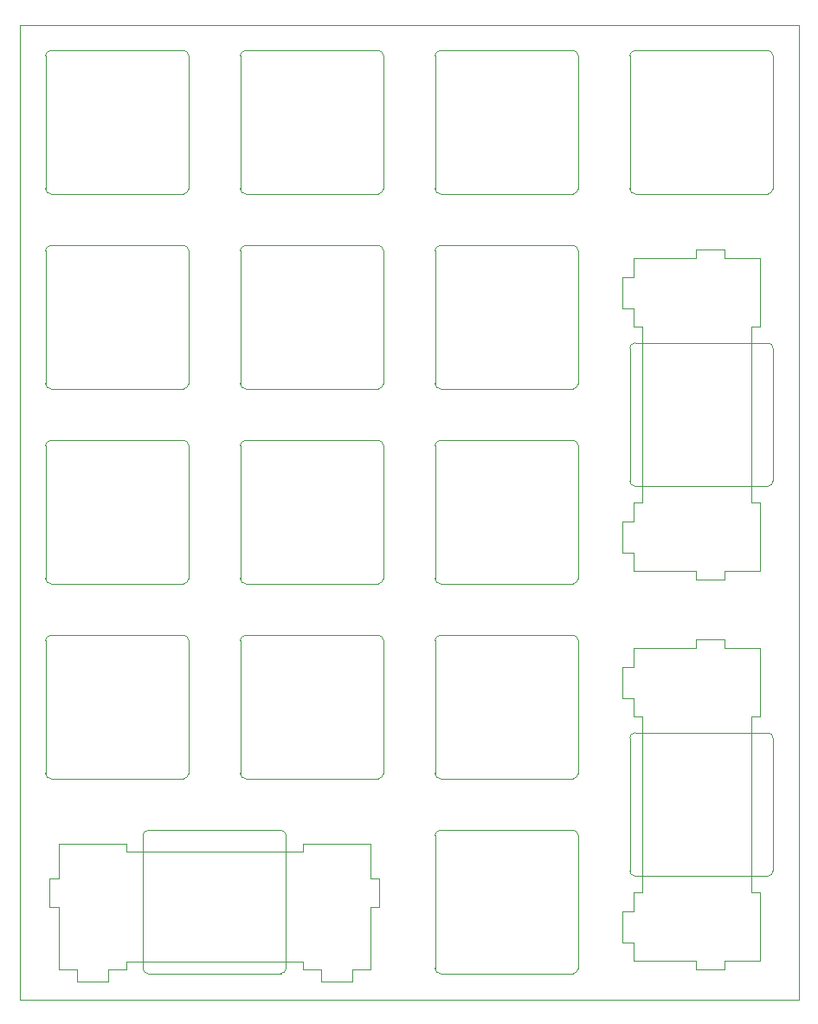
<source format=gbr>
%TF.GenerationSoftware,KiCad,Pcbnew,(6.0.7)*%
%TF.CreationDate,2022-10-13T01:28:40-05:00*%
%TF.ProjectId,Container65PLATE,436f6e74-6169-46e6-9572-3635504c4154,rev?*%
%TF.SameCoordinates,Original*%
%TF.FileFunction,Profile,NP*%
%FSLAX46Y46*%
G04 Gerber Fmt 4.6, Leading zero omitted, Abs format (unit mm)*
G04 Created by KiCad (PCBNEW (6.0.7)) date 2022-10-13 01:28:40*
%MOMM*%
%LPD*%
G01*
G04 APERTURE LIST*
%TA.AperFunction,Profile*%
%ADD10C,0.050000*%
%TD*%
G04 APERTURE END LIST*
D10*
X119691150Y-124523500D02*
X119691150Y-29273500D01*
X43491150Y-124523500D02*
X43491150Y-29273500D01*
X43491150Y-29273500D02*
X119691150Y-29273500D01*
X43491150Y-124523500D02*
X119691150Y-124523500D01*
X97616150Y-121998500D02*
G75*
G03*
X98116150Y-121498500I0J500000D01*
G01*
X84116150Y-121498500D02*
G75*
G03*
X84616150Y-121998500I500000J0D01*
G01*
X98116150Y-108498500D02*
G75*
G03*
X97616150Y-107998500I-500000J0D01*
G01*
X84616150Y-107998500D02*
G75*
G03*
X84116150Y-108498500I0J-500000D01*
G01*
X98116150Y-108498500D02*
X98116150Y-121498500D01*
X84116150Y-108498500D02*
X84116150Y-121498500D01*
X84616150Y-121998500D02*
X97616150Y-121998500D01*
X84616150Y-107998500D02*
X97616150Y-107998500D01*
X77806550Y-112712500D02*
X77806550Y-109308900D01*
X78670150Y-112712500D02*
X77806550Y-112712500D01*
X78670150Y-115506500D02*
X78670150Y-112712500D01*
X77806550Y-115506500D02*
X78670150Y-115506500D01*
X77806550Y-121602500D02*
X77806550Y-115506500D01*
X76003150Y-121602500D02*
X77806550Y-121602500D01*
X76003150Y-122770900D02*
X76003150Y-121602500D01*
X72955150Y-122770900D02*
X76003150Y-122770900D01*
X72955150Y-121602500D02*
X72955150Y-122770900D01*
X71151750Y-121602500D02*
X72955150Y-121602500D01*
X71151750Y-120815100D02*
X71151750Y-121602500D01*
X62541150Y-120815100D02*
X71151750Y-120815100D01*
X71151750Y-110121700D02*
X62541150Y-110121700D01*
X71151750Y-109308900D02*
X71151750Y-110121700D01*
X77806550Y-109308900D02*
X71151750Y-109308900D01*
X47275750Y-112712500D02*
X47275750Y-109308900D01*
X46412150Y-112712500D02*
X47275750Y-112712500D01*
X46412150Y-115506500D02*
X46412150Y-112712500D01*
X47275750Y-115506500D02*
X46412150Y-115506500D01*
X47275750Y-121602500D02*
X47275750Y-115506500D01*
X49079150Y-121602500D02*
X47275750Y-121602500D01*
X49079150Y-122770900D02*
X49079150Y-121602500D01*
X52127150Y-122770900D02*
X49079150Y-122770900D01*
X52127150Y-121602500D02*
X52127150Y-122770900D01*
X53930550Y-121602500D02*
X52127150Y-121602500D01*
X53930550Y-120815100D02*
X53930550Y-121602500D01*
X62541150Y-120815100D02*
X53930550Y-120815100D01*
X53930550Y-110121700D02*
X62541150Y-110121700D01*
X53930550Y-109308900D02*
X53930550Y-110121700D01*
X47275750Y-109308900D02*
X53930550Y-109308900D01*
X69041150Y-121998500D02*
G75*
G03*
X69541150Y-121498500I0J500000D01*
G01*
X55541150Y-121498500D02*
G75*
G03*
X56041150Y-121998500I500000J0D01*
G01*
X69541150Y-108498500D02*
G75*
G03*
X69041150Y-107998500I-500000J0D01*
G01*
X56041150Y-107998500D02*
G75*
G03*
X55541150Y-108498500I0J-500000D01*
G01*
X69541150Y-108498500D02*
X69541150Y-121498500D01*
X55541150Y-108498500D02*
X55541150Y-121498500D01*
X56041150Y-121998500D02*
X69041150Y-121998500D01*
X56041150Y-107998500D02*
X69041150Y-107998500D01*
X112452150Y-120738900D02*
X115855750Y-120738900D01*
X112452150Y-121602500D02*
X112452150Y-120738900D01*
X109658150Y-121602500D02*
X112452150Y-121602500D01*
X109658150Y-120738900D02*
X109658150Y-121602500D01*
X103562150Y-120738900D02*
X109658150Y-120738900D01*
X103562150Y-118935500D02*
X103562150Y-120738900D01*
X102393750Y-118935500D02*
X103562150Y-118935500D01*
X102393750Y-115887500D02*
X102393750Y-118935500D01*
X103562150Y-115887500D02*
X102393750Y-115887500D01*
X103562150Y-114084100D02*
X103562150Y-115887500D01*
X104349550Y-114084100D02*
X103562150Y-114084100D01*
X104349550Y-105473500D02*
X104349550Y-114084100D01*
X115042950Y-114084100D02*
X115042950Y-105473500D01*
X115855750Y-114084100D02*
X115042950Y-114084100D01*
X115855750Y-120738900D02*
X115855750Y-114084100D01*
X112452150Y-90208100D02*
X115855750Y-90208100D01*
X112452150Y-89344500D02*
X112452150Y-90208100D01*
X109658150Y-89344500D02*
X112452150Y-89344500D01*
X109658150Y-90208100D02*
X109658150Y-89344500D01*
X103562150Y-90208100D02*
X109658150Y-90208100D01*
X103562150Y-92011500D02*
X103562150Y-90208100D01*
X102393750Y-92011500D02*
X103562150Y-92011500D01*
X102393750Y-95059500D02*
X102393750Y-92011500D01*
X103562150Y-95059500D02*
X102393750Y-95059500D01*
X103562150Y-96862900D02*
X103562150Y-95059500D01*
X104349550Y-96862900D02*
X103562150Y-96862900D01*
X104349550Y-105473500D02*
X104349550Y-96862900D01*
X115042950Y-96862900D02*
X115042950Y-105473500D01*
X115855750Y-96862900D02*
X115042950Y-96862900D01*
X115855750Y-90208100D02*
X115855750Y-96862900D01*
X103166150Y-111973500D02*
G75*
G03*
X103666150Y-112473500I500000J0D01*
G01*
X103666150Y-98473500D02*
G75*
G03*
X103166150Y-98973500I0J-500000D01*
G01*
X116666150Y-112473500D02*
G75*
G03*
X117166150Y-111973500I0J500000D01*
G01*
X117166150Y-98973500D02*
G75*
G03*
X116666150Y-98473500I-500000J0D01*
G01*
X116666150Y-112473500D02*
X103666150Y-112473500D01*
X116666150Y-98473500D02*
X103666150Y-98473500D01*
X103166150Y-98973500D02*
X103166150Y-111973500D01*
X117166150Y-98973500D02*
X117166150Y-111973500D01*
X112452150Y-120738900D02*
X115855750Y-120738900D01*
X112452150Y-121602500D02*
X112452150Y-120738900D01*
X109658150Y-121602500D02*
X112452150Y-121602500D01*
X109658150Y-120738900D02*
X109658150Y-121602500D01*
X103562150Y-120738900D02*
X109658150Y-120738900D01*
X103562150Y-118935500D02*
X103562150Y-120738900D01*
X102393750Y-118935500D02*
X103562150Y-118935500D01*
X102393750Y-115887500D02*
X102393750Y-118935500D01*
X103562150Y-115887500D02*
X102393750Y-115887500D01*
X103562150Y-114084100D02*
X103562150Y-115887500D01*
X104349550Y-114084100D02*
X103562150Y-114084100D01*
X104349550Y-105473500D02*
X104349550Y-114084100D01*
X115042950Y-114084100D02*
X115042950Y-105473500D01*
X115855750Y-114084100D02*
X115042950Y-114084100D01*
X115855750Y-120738900D02*
X115855750Y-114084100D01*
X112452150Y-90208100D02*
X115855750Y-90208100D01*
X112452150Y-89344500D02*
X112452150Y-90208100D01*
X109658150Y-89344500D02*
X112452150Y-89344500D01*
X109658150Y-90208100D02*
X109658150Y-89344500D01*
X103562150Y-90208100D02*
X109658150Y-90208100D01*
X103562150Y-92011500D02*
X103562150Y-90208100D01*
X102393750Y-92011500D02*
X103562150Y-92011500D01*
X102393750Y-95059500D02*
X102393750Y-92011500D01*
X103562150Y-95059500D02*
X102393750Y-95059500D01*
X103562150Y-96862900D02*
X103562150Y-95059500D01*
X104349550Y-96862900D02*
X103562150Y-96862900D01*
X104349550Y-105473500D02*
X104349550Y-96862900D01*
X115042950Y-96862900D02*
X115042950Y-105473500D01*
X115855750Y-96862900D02*
X115042950Y-96862900D01*
X115855750Y-90208100D02*
X115855750Y-96862900D01*
X103166150Y-111973500D02*
G75*
G03*
X103666150Y-112473500I500000J0D01*
G01*
X103666150Y-98473500D02*
G75*
G03*
X103166150Y-98973500I0J-500000D01*
G01*
X116666150Y-112473500D02*
G75*
G03*
X117166150Y-111973500I0J500000D01*
G01*
X117166150Y-98973500D02*
G75*
G03*
X116666150Y-98473500I-500000J0D01*
G01*
X116666150Y-112473500D02*
X103666150Y-112473500D01*
X116666150Y-98473500D02*
X103666150Y-98473500D01*
X103166150Y-98973500D02*
X103166150Y-111973500D01*
X117166150Y-98973500D02*
X117166150Y-111973500D01*
X97616150Y-102948500D02*
G75*
G03*
X98116150Y-102448500I0J500000D01*
G01*
X84116150Y-102448500D02*
G75*
G03*
X84616150Y-102948500I500000J0D01*
G01*
X98116150Y-89448500D02*
G75*
G03*
X97616150Y-88948500I-500000J0D01*
G01*
X84616150Y-88948500D02*
G75*
G03*
X84116150Y-89448500I0J-500000D01*
G01*
X98116150Y-89448500D02*
X98116150Y-102448500D01*
X84116150Y-89448500D02*
X84116150Y-102448500D01*
X84616150Y-102948500D02*
X97616150Y-102948500D01*
X84616150Y-88948500D02*
X97616150Y-88948500D01*
X78566150Y-102948500D02*
G75*
G03*
X79066150Y-102448500I0J500000D01*
G01*
X65066150Y-102448500D02*
G75*
G03*
X65566150Y-102948500I500000J0D01*
G01*
X79066150Y-89448500D02*
G75*
G03*
X78566150Y-88948500I-500000J0D01*
G01*
X65566150Y-88948500D02*
G75*
G03*
X65066150Y-89448500I0J-500000D01*
G01*
X79066150Y-89448500D02*
X79066150Y-102448500D01*
X65066150Y-89448500D02*
X65066150Y-102448500D01*
X65566150Y-102948500D02*
X78566150Y-102948500D01*
X65566150Y-88948500D02*
X78566150Y-88948500D01*
X59516150Y-102948500D02*
G75*
G03*
X60016150Y-102448500I0J500000D01*
G01*
X46016150Y-102448500D02*
G75*
G03*
X46516150Y-102948500I500000J0D01*
G01*
X60016150Y-89448500D02*
G75*
G03*
X59516150Y-88948500I-500000J0D01*
G01*
X46516150Y-88948500D02*
G75*
G03*
X46016150Y-89448500I0J-500000D01*
G01*
X60016150Y-89448500D02*
X60016150Y-102448500D01*
X46016150Y-89448500D02*
X46016150Y-102448500D01*
X46516150Y-102948500D02*
X59516150Y-102948500D01*
X46516150Y-88948500D02*
X59516150Y-88948500D01*
X97616150Y-83898500D02*
G75*
G03*
X98116150Y-83398500I0J500000D01*
G01*
X84116150Y-83398500D02*
G75*
G03*
X84616150Y-83898500I500000J0D01*
G01*
X98116150Y-70398500D02*
G75*
G03*
X97616150Y-69898500I-500000J0D01*
G01*
X84616150Y-69898500D02*
G75*
G03*
X84116150Y-70398500I0J-500000D01*
G01*
X98116150Y-70398500D02*
X98116150Y-83398500D01*
X84116150Y-70398500D02*
X84116150Y-83398500D01*
X84616150Y-83898500D02*
X97616150Y-83898500D01*
X84616150Y-69898500D02*
X97616150Y-69898500D01*
X78566150Y-83898500D02*
G75*
G03*
X79066150Y-83398500I0J500000D01*
G01*
X65066150Y-83398500D02*
G75*
G03*
X65566150Y-83898500I500000J0D01*
G01*
X79066150Y-70398500D02*
G75*
G03*
X78566150Y-69898500I-500000J0D01*
G01*
X65566150Y-69898500D02*
G75*
G03*
X65066150Y-70398500I0J-500000D01*
G01*
X79066150Y-70398500D02*
X79066150Y-83398500D01*
X65066150Y-70398500D02*
X65066150Y-83398500D01*
X65566150Y-83898500D02*
X78566150Y-83898500D01*
X65566150Y-69898500D02*
X78566150Y-69898500D01*
X59516150Y-83898500D02*
G75*
G03*
X60016150Y-83398500I0J500000D01*
G01*
X46016150Y-83398500D02*
G75*
G03*
X46516150Y-83898500I500000J0D01*
G01*
X60016150Y-70398500D02*
G75*
G03*
X59516150Y-69898500I-500000J0D01*
G01*
X46516150Y-69898500D02*
G75*
G03*
X46016150Y-70398500I0J-500000D01*
G01*
X60016150Y-70398500D02*
X60016150Y-83398500D01*
X46016150Y-70398500D02*
X46016150Y-83398500D01*
X46516150Y-83898500D02*
X59516150Y-83898500D01*
X46516150Y-69898500D02*
X59516150Y-69898500D01*
X112452150Y-82638900D02*
X115855750Y-82638900D01*
X112452150Y-83502500D02*
X112452150Y-82638900D01*
X109658150Y-83502500D02*
X112452150Y-83502500D01*
X109658150Y-82638900D02*
X109658150Y-83502500D01*
X103562150Y-82638900D02*
X109658150Y-82638900D01*
X103562150Y-80835500D02*
X103562150Y-82638900D01*
X102393750Y-80835500D02*
X103562150Y-80835500D01*
X102393750Y-77787500D02*
X102393750Y-80835500D01*
X103562150Y-77787500D02*
X102393750Y-77787500D01*
X103562150Y-75984100D02*
X103562150Y-77787500D01*
X104349550Y-75984100D02*
X103562150Y-75984100D01*
X104349550Y-67373500D02*
X104349550Y-75984100D01*
X115042950Y-75984100D02*
X115042950Y-67373500D01*
X115855750Y-75984100D02*
X115042950Y-75984100D01*
X115855750Y-82638900D02*
X115855750Y-75984100D01*
X112452150Y-52108100D02*
X115855750Y-52108100D01*
X112452150Y-51244500D02*
X112452150Y-52108100D01*
X109658150Y-51244500D02*
X112452150Y-51244500D01*
X109658150Y-52108100D02*
X109658150Y-51244500D01*
X103562150Y-52108100D02*
X109658150Y-52108100D01*
X103562150Y-53911500D02*
X103562150Y-52108100D01*
X102393750Y-53911500D02*
X103562150Y-53911500D01*
X102393750Y-56959500D02*
X102393750Y-53911500D01*
X103562150Y-56959500D02*
X102393750Y-56959500D01*
X103562150Y-58762900D02*
X103562150Y-56959500D01*
X104349550Y-58762900D02*
X103562150Y-58762900D01*
X104349550Y-67373500D02*
X104349550Y-58762900D01*
X115042950Y-58762900D02*
X115042950Y-67373500D01*
X115855750Y-58762900D02*
X115042950Y-58762900D01*
X115855750Y-52108100D02*
X115855750Y-58762900D01*
X103166150Y-73873500D02*
G75*
G03*
X103666150Y-74373500I500000J0D01*
G01*
X103666150Y-60373500D02*
G75*
G03*
X103166150Y-60873500I0J-500000D01*
G01*
X116666150Y-74373500D02*
G75*
G03*
X117166150Y-73873500I0J500000D01*
G01*
X117166150Y-60873500D02*
G75*
G03*
X116666150Y-60373500I-500000J0D01*
G01*
X116666150Y-74373500D02*
X103666150Y-74373500D01*
X116666150Y-60373500D02*
X103666150Y-60373500D01*
X103166150Y-60873500D02*
X103166150Y-73873500D01*
X117166150Y-60873500D02*
X117166150Y-73873500D01*
X97616150Y-64848500D02*
G75*
G03*
X98116150Y-64348500I0J500000D01*
G01*
X84116150Y-64348500D02*
G75*
G03*
X84616150Y-64848500I500000J0D01*
G01*
X98116150Y-51348500D02*
G75*
G03*
X97616150Y-50848500I-500000J0D01*
G01*
X84616150Y-50848500D02*
G75*
G03*
X84116150Y-51348500I0J-500000D01*
G01*
X98116150Y-51348500D02*
X98116150Y-64348500D01*
X84116150Y-51348500D02*
X84116150Y-64348500D01*
X84616150Y-64848500D02*
X97616150Y-64848500D01*
X84616150Y-50848500D02*
X97616150Y-50848500D01*
X78566150Y-64848500D02*
G75*
G03*
X79066150Y-64348500I0J500000D01*
G01*
X65066150Y-64348500D02*
G75*
G03*
X65566150Y-64848500I500000J0D01*
G01*
X79066150Y-51348500D02*
G75*
G03*
X78566150Y-50848500I-500000J0D01*
G01*
X65566150Y-50848500D02*
G75*
G03*
X65066150Y-51348500I0J-500000D01*
G01*
X79066150Y-51348500D02*
X79066150Y-64348500D01*
X65066150Y-51348500D02*
X65066150Y-64348500D01*
X65566150Y-64848500D02*
X78566150Y-64848500D01*
X65566150Y-50848500D02*
X78566150Y-50848500D01*
X59516150Y-64848500D02*
G75*
G03*
X60016150Y-64348500I0J500000D01*
G01*
X46016150Y-64348500D02*
G75*
G03*
X46516150Y-64848500I500000J0D01*
G01*
X60016150Y-51348500D02*
G75*
G03*
X59516150Y-50848500I-500000J0D01*
G01*
X46516150Y-50848500D02*
G75*
G03*
X46016150Y-51348500I0J-500000D01*
G01*
X60016150Y-51348500D02*
X60016150Y-64348500D01*
X46016150Y-51348500D02*
X46016150Y-64348500D01*
X46516150Y-64848500D02*
X59516150Y-64848500D01*
X46516150Y-50848500D02*
X59516150Y-50848500D01*
X116666150Y-45798500D02*
G75*
G03*
X117166150Y-45298500I0J500000D01*
G01*
X103166150Y-45298500D02*
G75*
G03*
X103666150Y-45798500I500000J0D01*
G01*
X117166150Y-32298500D02*
G75*
G03*
X116666150Y-31798500I-500000J0D01*
G01*
X103666150Y-31798500D02*
G75*
G03*
X103166150Y-32298500I0J-500000D01*
G01*
X117166150Y-32298500D02*
X117166150Y-45298500D01*
X103166150Y-32298500D02*
X103166150Y-45298500D01*
X103666150Y-45798500D02*
X116666150Y-45798500D01*
X103666150Y-31798500D02*
X116666150Y-31798500D01*
X97616150Y-45798500D02*
G75*
G03*
X98116150Y-45298500I0J500000D01*
G01*
X84116150Y-45298500D02*
G75*
G03*
X84616150Y-45798500I500000J0D01*
G01*
X98116150Y-32298500D02*
G75*
G03*
X97616150Y-31798500I-500000J0D01*
G01*
X84616150Y-31798500D02*
G75*
G03*
X84116150Y-32298500I0J-500000D01*
G01*
X98116150Y-32298500D02*
X98116150Y-45298500D01*
X84116150Y-32298500D02*
X84116150Y-45298500D01*
X84616150Y-45798500D02*
X97616150Y-45798500D01*
X84616150Y-31798500D02*
X97616150Y-31798500D01*
X78566150Y-45798500D02*
G75*
G03*
X79066150Y-45298500I0J500000D01*
G01*
X65066150Y-45298500D02*
G75*
G03*
X65566150Y-45798500I500000J0D01*
G01*
X79066150Y-32298500D02*
G75*
G03*
X78566150Y-31798500I-500000J0D01*
G01*
X65566150Y-31798500D02*
G75*
G03*
X65066150Y-32298500I0J-500000D01*
G01*
X79066150Y-32298500D02*
X79066150Y-45298500D01*
X65066150Y-32298500D02*
X65066150Y-45298500D01*
X65566150Y-45798500D02*
X78566150Y-45798500D01*
X65566150Y-31798500D02*
X78566150Y-31798500D01*
X59516150Y-45798500D02*
G75*
G03*
X60016150Y-45298500I0J500000D01*
G01*
X46016150Y-45298500D02*
G75*
G03*
X46516150Y-45798500I500000J0D01*
G01*
X60016150Y-32298500D02*
G75*
G03*
X59516150Y-31798500I-500000J0D01*
G01*
X46516150Y-31798500D02*
G75*
G03*
X46016150Y-32298500I0J-500000D01*
G01*
X60016150Y-32298500D02*
X60016150Y-45298500D01*
X46016150Y-32298500D02*
X46016150Y-45298500D01*
X46516150Y-45798500D02*
X59516150Y-45798500D01*
X46516150Y-31798500D02*
X59516150Y-31798500D01*
M02*

</source>
